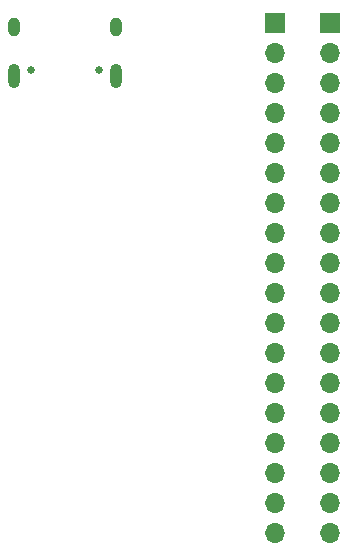
<source format=gbr>
%TF.GenerationSoftware,KiCad,Pcbnew,(6.0.5)*%
%TF.CreationDate,2022-07-08T09:53:05+08:00*%
%TF.ProjectId,ESP32C3,45535033-3243-4332-9e6b-696361645f70,rev?*%
%TF.SameCoordinates,Original*%
%TF.FileFunction,Soldermask,Bot*%
%TF.FilePolarity,Negative*%
%FSLAX46Y46*%
G04 Gerber Fmt 4.6, Leading zero omitted, Abs format (unit mm)*
G04 Created by KiCad (PCBNEW (6.0.5)) date 2022-07-08 09:53:05*
%MOMM*%
%LPD*%
G01*
G04 APERTURE LIST*
%ADD10R,1.700000X1.700000*%
%ADD11O,1.700000X1.700000*%
%ADD12C,0.650000*%
%ADD13O,1.000000X1.600000*%
%ADD14O,1.000000X2.100000*%
G04 APERTURE END LIST*
D10*
%TO.C,J4*%
X89306000Y-32893000D03*
D11*
X89306000Y-35433000D03*
X89306000Y-37973000D03*
X89306000Y-40513000D03*
X89306000Y-43053000D03*
X89306000Y-45593000D03*
X89306000Y-48133000D03*
X89306000Y-50673000D03*
X89306000Y-53213000D03*
X89306000Y-55753000D03*
X89306000Y-58293000D03*
X89306000Y-60833000D03*
X89306000Y-63373000D03*
X89306000Y-65913000D03*
X89306000Y-68453000D03*
X89306000Y-70993000D03*
X89306000Y-73533000D03*
X89306000Y-76073000D03*
%TD*%
D12*
%TO.C,J1*%
X69819000Y-36895000D03*
X64039000Y-36895000D03*
D13*
X62609000Y-33215000D03*
D14*
X62609000Y-37395000D03*
X71249000Y-37395000D03*
D13*
X71249000Y-33215000D03*
%TD*%
D10*
%TO.C,J3*%
X84656000Y-32893000D03*
D11*
X84656000Y-35433000D03*
X84656000Y-37973000D03*
X84656000Y-40513000D03*
X84656000Y-43053000D03*
X84656000Y-45593000D03*
X84656000Y-48133000D03*
X84656000Y-50673000D03*
X84656000Y-53213000D03*
X84656000Y-55753000D03*
X84656000Y-58293000D03*
X84656000Y-60833000D03*
X84656000Y-63373000D03*
X84656000Y-65913000D03*
X84656000Y-68453000D03*
X84656000Y-70993000D03*
X84656000Y-73533000D03*
X84656000Y-76073000D03*
%TD*%
M02*

</source>
